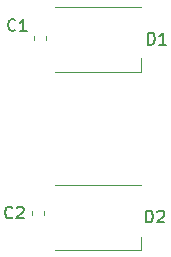
<source format=gto>
G04 #@! TF.GenerationSoftware,KiCad,Pcbnew,5.1.10-88a1d61d58~88~ubuntu20.04.1*
G04 #@! TF.CreationDate,2021-05-03T06:19:38-04:00*
G04 #@! TF.ProjectId,SpaceCenter_TouchBoard_KiCAD,53706163-6543-4656-9e74-65725f546f75,rev?*
G04 #@! TF.SameCoordinates,Original*
G04 #@! TF.FileFunction,Legend,Top*
G04 #@! TF.FilePolarity,Positive*
%FSLAX46Y46*%
G04 Gerber Fmt 4.6, Leading zero omitted, Abs format (unit mm)*
G04 Created by KiCad (PCBNEW 5.1.10-88a1d61d58~88~ubuntu20.04.1) date 2021-05-03 06:19:38*
%MOMM*%
%LPD*%
G01*
G04 APERTURE LIST*
%ADD10C,0.120000*%
%ADD11C,0.150000*%
G04 APERTURE END LIST*
D10*
X131697000Y-88728733D02*
X131697000Y-89071267D01*
X132717000Y-88728733D02*
X132717000Y-89071267D01*
X132590000Y-103573733D02*
X132590000Y-103916267D01*
X131570000Y-103573733D02*
X131570000Y-103916267D01*
X133510000Y-101390000D02*
X140810000Y-101390000D01*
X133510000Y-106890000D02*
X140810000Y-106890000D01*
X140810000Y-106890000D02*
X140810000Y-105740000D01*
X140810000Y-91777000D02*
X140810000Y-90627000D01*
X133510000Y-91777000D02*
X140810000Y-91777000D01*
X133510000Y-86277000D02*
X140810000Y-86277000D01*
D11*
X130135333Y-88241142D02*
X130087714Y-88288761D01*
X129944857Y-88336380D01*
X129849619Y-88336380D01*
X129706761Y-88288761D01*
X129611523Y-88193523D01*
X129563904Y-88098285D01*
X129516285Y-87907809D01*
X129516285Y-87764952D01*
X129563904Y-87574476D01*
X129611523Y-87479238D01*
X129706761Y-87384000D01*
X129849619Y-87336380D01*
X129944857Y-87336380D01*
X130087714Y-87384000D01*
X130135333Y-87431619D01*
X131087714Y-88336380D02*
X130516285Y-88336380D01*
X130802000Y-88336380D02*
X130802000Y-87336380D01*
X130706761Y-87479238D01*
X130611523Y-87574476D01*
X130516285Y-87622095D01*
X129881333Y-104102142D02*
X129833714Y-104149761D01*
X129690857Y-104197380D01*
X129595619Y-104197380D01*
X129452761Y-104149761D01*
X129357523Y-104054523D01*
X129309904Y-103959285D01*
X129262285Y-103768809D01*
X129262285Y-103625952D01*
X129309904Y-103435476D01*
X129357523Y-103340238D01*
X129452761Y-103245000D01*
X129595619Y-103197380D01*
X129690857Y-103197380D01*
X129833714Y-103245000D01*
X129881333Y-103292619D01*
X130262285Y-103292619D02*
X130309904Y-103245000D01*
X130405142Y-103197380D01*
X130643238Y-103197380D01*
X130738476Y-103245000D01*
X130786095Y-103292619D01*
X130833714Y-103387857D01*
X130833714Y-103483095D01*
X130786095Y-103625952D01*
X130214666Y-104197380D01*
X130833714Y-104197380D01*
X141222504Y-104541580D02*
X141222504Y-103541580D01*
X141460600Y-103541580D01*
X141603457Y-103589200D01*
X141698695Y-103684438D01*
X141746314Y-103779676D01*
X141793933Y-103970152D01*
X141793933Y-104113009D01*
X141746314Y-104303485D01*
X141698695Y-104398723D01*
X141603457Y-104493961D01*
X141460600Y-104541580D01*
X141222504Y-104541580D01*
X142174885Y-103636819D02*
X142222504Y-103589200D01*
X142317742Y-103541580D01*
X142555838Y-103541580D01*
X142651076Y-103589200D01*
X142698695Y-103636819D01*
X142746314Y-103732057D01*
X142746314Y-103827295D01*
X142698695Y-103970152D01*
X142127266Y-104541580D01*
X142746314Y-104541580D01*
X141374904Y-89479380D02*
X141374904Y-88479380D01*
X141613000Y-88479380D01*
X141755857Y-88527000D01*
X141851095Y-88622238D01*
X141898714Y-88717476D01*
X141946333Y-88907952D01*
X141946333Y-89050809D01*
X141898714Y-89241285D01*
X141851095Y-89336523D01*
X141755857Y-89431761D01*
X141613000Y-89479380D01*
X141374904Y-89479380D01*
X142898714Y-89479380D02*
X142327285Y-89479380D01*
X142613000Y-89479380D02*
X142613000Y-88479380D01*
X142517761Y-88622238D01*
X142422523Y-88717476D01*
X142327285Y-88765095D01*
M02*

</source>
